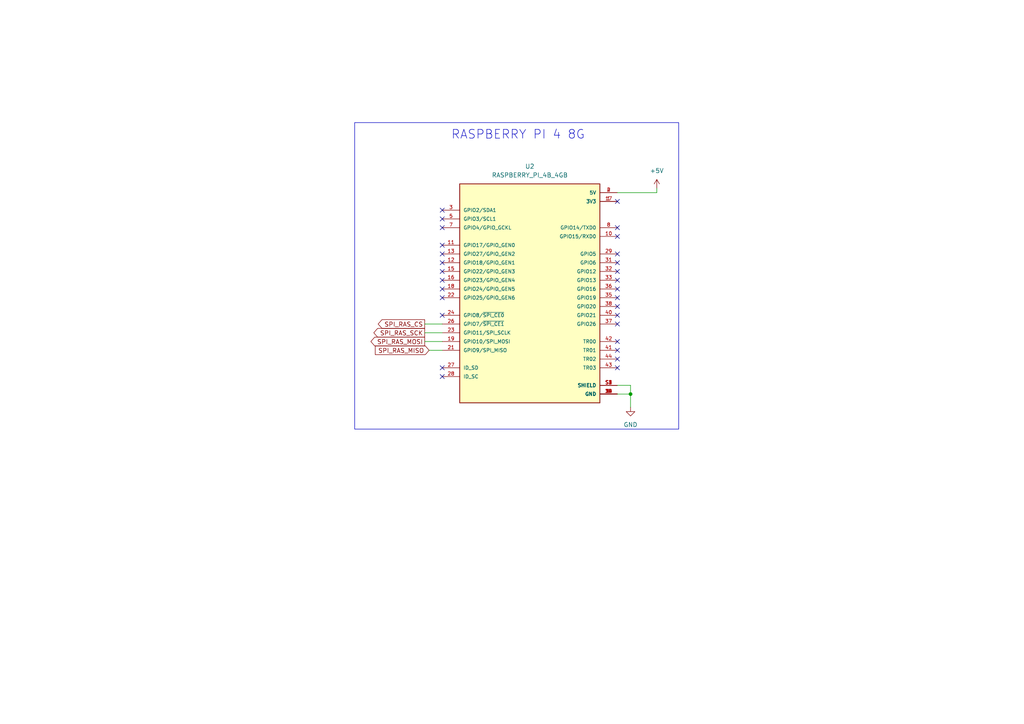
<source format=kicad_sch>
(kicad_sch (version 20230121) (generator eeschema)
  (paper "A4")
  (title_block (title "RASPBERRY PI 4 8G") (date "2024-01-29"))
  (lib_symbols
    (symbol "RASPBERRY_PI_4B_4GB:RASPBERRY_PI_4B_4GB" (pin_names (offset 1.016))
      (property "Reference" "U" (at -20.32 33.528 0))
      (property "Value" "RASPBERRY_PI_4B_4GB" (at -20.32 -33.02 0))
      (symbol "RASPBERRY_PI_4B_4GB_0_0"
        (rectangle (start -20.32 -30.48) (end 20.32 33.02) (stroke (width 0.254)) (fill (type background)))
        (pin power_in line (at 25.4 27.94 180) (length 5.08) (name "3V3") (number "1"))
        (pin bidirectional line (at 25.4 17.78 180) (length 5.08) (name "GPIO15/RXD0") (number "10"))
        (pin bidirectional line (at -25.4 15.24 0) (length 5.08) (name "GPIO17/GPIO_GEN0") (number "11"))
        (pin bidirectional line (at -25.4 10.16 0) (length 5.08) (name "GPIO18/GPIO_GEN1") (number "12"))
        (pin bidirectional line (at -25.4 12.7 0) (length 5.08) (name "GPIO27/GPIO_GEN2") (number "13"))
        (pin power_in line (at 25.4 -27.94 180) (length 5.08) (name "GND") (number "14"))
        (pin bidirectional line (at -25.4 7.62 0) (length 5.08) (name "GPIO22/GPIO_GEN3") (number "15"))
        (pin bidirectional line (at -25.4 5.08 0) (length 5.08) (name "GPIO23/GPIO_GEN4") (number "16"))
        (pin power_in line (at 25.4 27.94 180) (length 5.08) (name "3V3") (number "17"))
        (pin bidirectional line (at -25.4 2.54 0) (length 5.08) (name "GPIO24/GPIO_GEN5") (number "18"))
        (pin bidirectional line (at -25.4 -12.7 0) (length 5.08) (name "GPIO10/SPI_MOSI") (number "19"))
        (pin power_in line (at 25.4 30.48 180) (length 5.08) (name "5V") (number "2"))
        (pin power_in line (at 25.4 -27.94 180) (length 5.08) (name "GND") (number "20"))
        (pin bidirectional line (at -25.4 -15.24 0) (length 5.08) (name "GPIO9/SPI_MISO") (number "21"))
        (pin bidirectional line (at -25.4 0 0) (length 5.08) (name "GPIO25/GPIO_GEN6") (number "22"))
        (pin bidirectional line (at -25.4 -10.16 0) (length 5.08) (name "GPIO11/SPI_SCLK") (number "23"))
        (pin bidirectional line (at -25.4 -5.08 0) (length 5.08) (name "GPIO8/~{SPI_CE0}") (number "24"))
        (pin power_in line (at 25.4 -27.94 180) (length 5.08) (name "GND") (number "25"))
        (pin bidirectional line (at -25.4 -7.62 0) (length 5.08) (name "GPIO7/~{SPI_CE1}") (number "26"))
        (pin bidirectional line (at -25.4 -20.32 0) (length 5.08) (name "ID_SD") (number "27"))
        (pin bidirectional line (at -25.4 -22.86 0) (length 5.08) (name "ID_SC") (number "28"))
        (pin bidirectional line (at 25.4 12.7 180) (length 5.08) (name "GPIO5") (number "29"))
        (pin bidirectional line (at -25.4 25.4 0) (length 5.08) (name "GPIO2/SDA1") (number "3"))
        (pin power_in line (at 25.4 -27.94 180) (length 5.08) (name "GND") (number "30"))
        (pin bidirectional line (at 25.4 10.16 180) (length 5.08) (name "GPIO6") (number "31"))
        (pin bidirectional line (at 25.4 7.62 180) (length 5.08) (name "GPIO12") (number "32"))
        (pin bidirectional line (at 25.4 5.08 180) (length 5.08) (name "GPIO13") (number "33"))
        (pin power_in line (at 25.4 -27.94 180) (length 5.08) (name "GND") (number "34"))
        (pin bidirectional line (at 25.4 0 180) (length 5.08) (name "GPIO19") (number "35"))
        (pin bidirectional line (at 25.4 2.54 180) (length 5.08) (name "GPIO16") (number "36"))
        (pin bidirectional line (at 25.4 -7.62 180) (length 5.08) (name "GPIO26") (number "37"))
        (pin bidirectional line (at 25.4 -2.54 180) (length 5.08) (name "GPIO20") (number "38"))
        (pin power_in line (at 25.4 -27.94 180) (length 5.08) (name "GND") (number "39"))
        (pin power_in line (at 25.4 30.48 180) (length 5.08) (name "5V") (number "4"))
        (pin bidirectional line (at 25.4 -5.08 180) (length 5.08) (name "GPIO21") (number "40"))
        (pin bidirectional line (at 25.4 -15.24 180) (length 5.08) (name "TR01") (number "41"))
        (pin bidirectional line (at 25.4 -12.7 180) (length 5.08) (name "TR00") (number "42"))
        (pin bidirectional line (at 25.4 -20.32 180) (length 5.08) (name "TR03") (number "43"))
        (pin bidirectional line (at 25.4 -17.78 180) (length 5.08) (name "TR02") (number "44"))
        (pin bidirectional line (at -25.4 22.86 0) (length 5.08) (name "GPIO3/SCL1") (number "5"))
        (pin power_in line (at 25.4 -27.94 180) (length 5.08) (name "GND") (number "6"))
        (pin bidirectional line (at -25.4 20.32 0) (length 5.08) (name "GPIO4/GPIO_GCKL") (number "7"))
        (pin bidirectional line (at 25.4 20.32 180) (length 5.08) (name "GPIO14/TXD0") (number "8"))
        (pin power_in line (at 25.4 -27.94 180) (length 5.08) (name "GND") (number "9"))
        (pin power_in line (at 25.4 -25.4 180) (length 5.08) (name "SHIELD") (number "S1"))
        (pin power_in line (at 25.4 -25.4 180) (length 5.08) (name "SHIELD") (number "S2"))
        (pin power_in line (at 25.4 -25.4 180) (length 5.08) (name "SHIELD") (number "S3"))
        (pin power_in line (at 25.4 -25.4 180) (length 5.08) (name "SHIELD") (number "S4"))
      )
    )
    (symbol "power:+5V" (power) (pin_names (offset 0))
      (property "Value" "+5V" (at 0 3.556 0))
      (symbol "+5V_0_1"
        (polyline (pts (xy -0.762 1.27) (xy 0 2.54)))
        (polyline (pts (xy 0 0) (xy 0 2.54)))
        (polyline (pts (xy 0 2.54) (xy 0.762 1.27)))
      )
      (symbol "+5V_1_1"
        (pin power_in line (at 0 0 90) (length 0) hide (name "+5V") (number "1"))
      )
    )
    (symbol "power:GND" (power) (pin_names (offset 0))
      (property "Value" "GND" (at 0 -3.81 0))
      (symbol "GND_0_1"
        (polyline (pts (xy 0 0) (xy 0 -1.27) (xy 1.27 -1.27) (xy 0 -2.54) (xy -1.27 -1.27) (xy 0 -1.27)))
      )
      (symbol "GND_1_1"
        (pin power_in line (at 0 0 270) (length 0) hide (name "GND") (number "1"))
      )
    )
  )
  (junction (at 182.88 114.3))
  (no_connect (at 128.27 71.12))
  (no_connect (at 128.27 76.2))
  (no_connect (at 179.07 68.58))
  (no_connect (at 179.07 101.6))
  (no_connect (at 179.07 76.2))
  (no_connect (at 128.27 86.36))
  (no_connect (at 128.27 60.96))
  (no_connect (at 128.27 63.5))
  (no_connect (at 128.27 81.28))
  (no_connect (at 179.07 58.42))
  (no_connect (at 179.07 73.66))
  (no_connect (at 179.07 106.68))
  (no_connect (at 179.07 86.36))
  (no_connect (at 179.07 104.14))
  (no_connect (at 179.07 93.98))
  (no_connect (at 128.27 78.74))
  (no_connect (at 128.27 73.66))
  (no_connect (at 179.07 81.28))
  (no_connect (at 179.07 88.9))
  (no_connect (at 128.27 109.22))
  (no_connect (at 179.07 99.06))
  (no_connect (at 128.27 66.04))
  (no_connect (at 179.07 78.74))
  (no_connect (at 179.07 83.82))
  (no_connect (at 128.27 106.68))
  (no_connect (at 179.07 66.04))
  (no_connect (at 179.07 91.44))
  (no_connect (at 128.27 91.44))
  (no_connect (at 128.27 83.82))
  (wire (pts (xy 123.19 96.52) (xy 128.27 96.52)))
  (wire (pts (xy 182.88 114.3) (xy 179.07 114.3)))
  (wire (pts (xy 179.07 111.76) (xy 182.88 111.76)))
  (wire (pts (xy 182.88 111.76) (xy 182.88 114.3)))
  (wire (pts (xy 123.19 99.06) (xy 128.27 99.06)))
  (wire (pts (xy 123.19 93.98) (xy 128.27 93.98)))
  (wire (pts (xy 182.88 114.3) (xy 182.88 118.11)))
  (wire (pts (xy 179.07 55.88) (xy 190.5 55.88)))
  (wire (pts (xy 124.46 101.6) (xy 128.27 101.6)))
  (wire (pts (xy 190.5 55.88) (xy 190.5 54.61)))
  (rectangle (start 102.87 35.56) (end 196.85 124.46))
  (text "RASPBERRY PI 4 8G" (at 130.81 40.64 0) (effects (font (size 2.54 2.54)) (justify left bottom)))
  (global_label "SPI_RAS_SCK" (shape output) (at 123.19 96.52 180) (property "Intersheetrefs" "${INTERSHEET_REFS}" (effects hide)))
  (global_label "SPI_RAS_MOSI" (shape output) (at 123.19 99.06 180) (property "Intersheetrefs" "${INTERSHEET_REFS}" (effects hide)))
  (global_label "SPI_RAS_CS" (shape output) (at 123.19 93.98 180) (property "Intersheetrefs" "${INTERSHEET_REFS}" (effects hide)))
  (global_label "SPI_RAS_MISO" (shape input) (at 124.46 101.6 180) (property "Intersheetrefs" "${INTERSHEET_REFS}" (effects hide)))
  (symbol (lib_id "RASPBERRY_PI_4B_4GB:RASPBERRY_PI_4B_4GB") (at 153.67 86.36 0) (unit 1)
    (property "Reference" "U2" (at 153.67 48.26 0))
    (property "Value" "RASPBERRY_PI_4B_4GB" (at 153.67 50.8 0))
    (property "Footprint" "RASPBERRY_PI_4B_4GB:MODULE_RASPBERRY_PI_4B_4GB" (effects hide))
    (property "MF" "Raspberry Pi" (effects hide))
    (property "MAXIMUM_PACKAGE_HEIGHT" "16 mm" (effects hide))
    (property "Package" "None" (effects hide))
    (property "Price" "None" (effects hide))
    (property "Check_prices" "https://www.snapeda.com/parts/RASPBERRY%20PI%204B/4GB/Raspberry+Pi/view-part/?ref=eda" (effects hide))
    (property "STANDARD" "Manufacturer Recommendations" (effects hide))
    (property "PARTREV" "4" (effects hide))
    (property "SnapEDA_Link" "https://www.snapeda.com/parts/RASPBERRY%20PI%204B/4GB/Raspberry+Pi/view-part/?ref=snap" (effects hide))
    (property "MP" "RASPBERRY PI 4B/4GB" (effects hide))
    (property "Description" "\nBCM2711 Raspberry Pi 4 Model B 4GB - ARM® Cortex®-A72 MPU Embedded Evaluation Board\n" (effects hide))
    (property "MANUFACTURER" "Raspberry Pi" (effects hide))
    (property "Availability" "Not in stock" (effects hide))
    (property "SNAPEDA_PN" "RASPBERRY PI 4B/4GB" (effects hide))
  )
  (symbol (lib_id "power:+5V") (at 190.5 54.61 0) (unit 1)
    (property "Reference" "#PWR016" (effects hide))
    (property "Value" "+5V" (at 190.5 49.53 0))
  )
  (symbol (lib_id "power:GND") (at 182.88 118.11 0) (unit 1)
    (property "Reference" "#PWR015" (effects hide))
    (property "Value" "GND" (at 182.88 123.19 0))
  )
)
</source>
